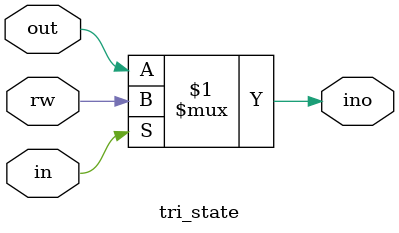
<source format=sv>
`timescale 1ns / 1ps


module tri_state(
        input wire in,
        
        input wire rw,
        input wire out,
        output reg ino
    );
    assign ino =in ? rw : out;
endmodule

</source>
